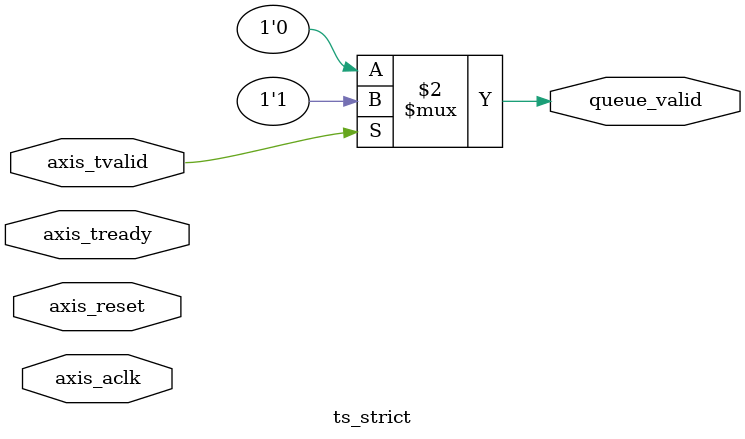
<source format=v>
`timescale 1ns / 1ps

module ts_strict (
    input wire axis_aclk,
    input wire axis_reset,

    input wire axis_tvalid,
    input wire axis_tready,

    output wire queue_valid
);

assign queue_valid = (axis_tvalid == 1'b1) ? 1'b1: 1'b0;

endmodule
</source>
